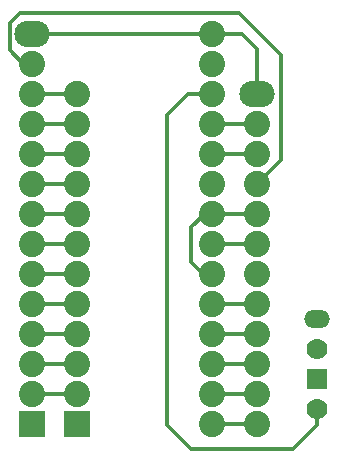
<source format=gtl>
G04 Layer: TopLayer*
G04 EasyEDA v6.5.29, 2023-07-31 08:11:24*
G04 1ebaea4ae95649dd8011ffabadda3e85,10*
G04 Gerber Generator version 0.2*
G04 Scale: 100 percent, Rotated: No, Reflected: No *
G04 Dimensions in millimeters *
G04 leading zeros omitted , absolute positions ,4 integer and 5 decimal *
%FSLAX45Y45*%
%MOMM*%

%ADD10C,0.3000*%
%ADD11C,0.3800*%
%ADD12O,2.999994X2.2199854*%
%ADD13C,2.2200*%
%ADD14R,2.2200X2.2200*%
%ADD15C,1.7780*%
%ADD16R,1.7780X1.7780*%
%ADD17O,2.1999956000000003X1.499997*%
%ADD18C,2.2230*%
%ADD19R,2.2230X2.2230*%
%ADD20O,2.999994X2.223008*%

%LPD*%
D10*
X1778000Y-762000D02*
G01*
X1574800Y-762000D01*
X1397000Y-939800D01*
X1397000Y-3568700D01*
X1600200Y-3771900D01*
X2463800Y-3771900D01*
X2667000Y-3568700D01*
X2667000Y-3429000D01*
D11*
X1778000Y-254000D02*
G01*
X2032000Y-254000D01*
X2159000Y-381000D01*
X2159000Y-762000D01*
D10*
X1778000Y-1778000D02*
G01*
X1714500Y-1778000D01*
X1600200Y-1892300D01*
X1600200Y-2184400D01*
X1701800Y-2286000D01*
X1778000Y-2286000D01*
X254000Y-508000D02*
G01*
X177800Y-508000D01*
X63500Y-393700D01*
X63500Y-165100D01*
X152400Y-76200D01*
X2006600Y-76200D01*
X2362200Y-431800D01*
X2362200Y-1320800D01*
X2159000Y-1524000D01*
X254000Y-762000D02*
G01*
X635000Y-762000D01*
D11*
X254000Y-254000D02*
G01*
X1778000Y-254000D01*
D10*
X1778000Y-3556000D02*
G01*
X2159000Y-3556000D01*
X1778000Y-3302000D02*
G01*
X2159000Y-3302000D01*
X1778000Y-3048000D02*
G01*
X2159000Y-3048000D01*
X1778000Y-2794000D02*
G01*
X2159000Y-2794000D01*
X1778000Y-2540000D02*
G01*
X2159000Y-2540000D01*
X1778000Y-2032000D02*
G01*
X2159000Y-2032000D01*
X1778000Y-1778000D02*
G01*
X2159000Y-1778000D01*
X1778000Y-1270000D02*
G01*
X2159000Y-1270000D01*
X1778000Y-1016000D02*
G01*
X2159000Y-1016000D01*
X254000Y-3302000D02*
G01*
X635000Y-3302000D01*
X254000Y-3048000D02*
G01*
X635000Y-3048000D01*
X254000Y-2794000D02*
G01*
X635000Y-2794000D01*
X254000Y-2540000D02*
G01*
X635000Y-2540000D01*
X254000Y-2286000D02*
G01*
X635000Y-2286000D01*
X254000Y-2032000D02*
G01*
X635000Y-2032000D01*
X254000Y-1778000D02*
G01*
X635000Y-1778000D01*
X254000Y-1524000D02*
G01*
X635000Y-1524000D01*
X254000Y-1270000D02*
G01*
X635000Y-1270000D01*
X254000Y-1016000D02*
G01*
X635000Y-1016000D01*
D12*
G01*
X254000Y-254000D03*
D13*
G01*
X254000Y-508000D03*
G01*
X254000Y-762000D03*
G01*
X254000Y-1016000D03*
G01*
X254000Y-1270000D03*
G01*
X254000Y-1524000D03*
G01*
X254000Y-1778000D03*
G01*
X254000Y-2032000D03*
G01*
X254000Y-2286000D03*
G01*
X254000Y-2540000D03*
G01*
X254000Y-2794000D03*
G01*
X254000Y-3048000D03*
G01*
X254000Y-3302000D03*
D14*
G01*
X254000Y-3556000D03*
D13*
G01*
X1778000Y-3556000D03*
G01*
X1778000Y-3302000D03*
G01*
X1778000Y-3048000D03*
G01*
X1778000Y-2794000D03*
G01*
X1778000Y-2540000D03*
G01*
X1778000Y-2286000D03*
G01*
X1778000Y-2032000D03*
G01*
X1778000Y-1778000D03*
G01*
X1778000Y-1524000D03*
G01*
X1778000Y-1270000D03*
G01*
X1778000Y-1016000D03*
G01*
X1778000Y-762000D03*
G01*
X1778000Y-508000D03*
G01*
X1778000Y-254000D03*
D15*
G01*
X2667000Y-3429000D03*
D16*
G01*
X2667000Y-3175000D03*
D15*
G01*
X2667000Y-2921000D03*
D17*
G01*
X2667000Y-2667000D03*
D18*
G01*
X635000Y-762000D03*
G01*
X635000Y-1016000D03*
G01*
X635000Y-1270000D03*
G01*
X635000Y-1524000D03*
G01*
X635000Y-1778000D03*
G01*
X635000Y-2032000D03*
G01*
X635000Y-2286000D03*
G01*
X635000Y-2540000D03*
G01*
X635000Y-2794000D03*
G01*
X635000Y-3048000D03*
G01*
X635000Y-3302000D03*
D19*
G01*
X635000Y-3556000D03*
D18*
G01*
X2159000Y-3556000D03*
G01*
X2159000Y-3302000D03*
G01*
X2159000Y-3048000D03*
G01*
X2159000Y-2794000D03*
G01*
X2159000Y-2540000D03*
G01*
X2159000Y-2286000D03*
G01*
X2159000Y-2032000D03*
G01*
X2159000Y-1778000D03*
G01*
X2159000Y-1524000D03*
G01*
X2159000Y-1270000D03*
G01*
X2159000Y-1016000D03*
D20*
G01*
X2159000Y-762000D03*
M02*

</source>
